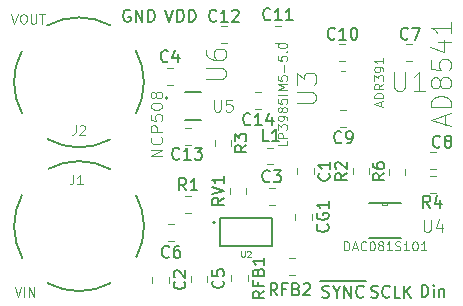
<source format=gto>
G04 #@! TF.GenerationSoftware,KiCad,Pcbnew,5.0.2-bee76a0~70~ubuntu18.04.1*
G04 #@! TF.CreationDate,2019-03-03T20:31:20-05:00*
G04 #@! TF.ProjectId,agc,6167632e-6b69-4636-9164-5f7063625858,rev?*
G04 #@! TF.SameCoordinates,Original*
G04 #@! TF.FileFunction,Legend,Top*
G04 #@! TF.FilePolarity,Positive*
%FSLAX46Y46*%
G04 Gerber Fmt 4.6, Leading zero omitted, Abs format (unit mm)*
G04 Created by KiCad (PCBNEW 5.0.2-bee76a0~70~ubuntu18.04.1) date Sun 03 Mar 2019 08:31:20 PM EST*
%MOMM*%
%LPD*%
G01*
G04 APERTURE LIST*
%ADD10C,0.120000*%
%ADD11C,0.127000*%
%ADD12C,0.150000*%
%ADD13C,0.200000*%
%ADD14C,0.100000*%
%ADD15C,0.152400*%
%ADD16C,0.050000*%
%ADD17C,0.125000*%
G04 APERTURE END LIST*
D10*
G04 #@! TO.C,C1*
X97181600Y-138854922D02*
X97181600Y-139372078D01*
X98601600Y-138854922D02*
X98601600Y-139372078D01*
G04 #@! TO.C,C2*
X86358800Y-148026622D02*
X86358800Y-148543778D01*
X84938800Y-148026622D02*
X84938800Y-148543778D01*
G04 #@! TO.C,C3*
X94790522Y-141934000D02*
X95307678Y-141934000D01*
X94790522Y-140514000D02*
X95307678Y-140514000D01*
G04 #@! TO.C,C4*
X86179922Y-130354000D02*
X86697078Y-130354000D01*
X86179922Y-131774000D02*
X86697078Y-131774000D01*
G04 #@! TO.C,C5*
X88190000Y-147950422D02*
X88190000Y-148467578D01*
X89610000Y-147950422D02*
X89610000Y-148467578D01*
G04 #@! TO.C,C6*
X86796378Y-145032800D02*
X86279222Y-145032800D01*
X86796378Y-143612800D02*
X86279222Y-143612800D01*
G04 #@! TO.C,C7*
X106938578Y-129742000D02*
X106421422Y-129742000D01*
X106938578Y-128322000D02*
X106421422Y-128322000D01*
G04 #@! TO.C,C8*
X108970578Y-137466000D02*
X108453422Y-137466000D01*
X108970578Y-138886000D02*
X108453422Y-138886000D01*
G04 #@! TO.C,C9*
X101383078Y-133910000D02*
X100865922Y-133910000D01*
X101383078Y-135330000D02*
X100865922Y-135330000D01*
G04 #@! TO.C,C10*
X101304578Y-129742000D02*
X100787422Y-129742000D01*
X101304578Y-128322000D02*
X100787422Y-128322000D01*
G04 #@! TO.C,C11*
X95323922Y-128218000D02*
X95841078Y-128218000D01*
X95323922Y-126798000D02*
X95841078Y-126798000D01*
G04 #@! TO.C,C12*
X91269078Y-126798000D02*
X90751922Y-126798000D01*
X91269078Y-128218000D02*
X90751922Y-128218000D01*
G04 #@! TO.C,C13*
X87703922Y-135434000D02*
X88221078Y-135434000D01*
X87703922Y-136854000D02*
X88221078Y-136854000D01*
G04 #@! TO.C,C14*
X94160078Y-133806000D02*
X93642922Y-133806000D01*
X94160078Y-132386000D02*
X93642922Y-132386000D01*
G04 #@! TO.C,CG1*
X97054600Y-142690322D02*
X97054600Y-143207478D01*
X98474600Y-142690322D02*
X98474600Y-143207478D01*
D11*
G04 #@! TO.C,J1*
X76125498Y-138911681D02*
G75*
G02X81386000Y-138937000I2607128J-4816911D01*
G01*
X73935942Y-146456600D02*
G75*
G02X73913000Y-141118000I4915015J2690471D01*
G01*
X81432600Y-148568058D02*
G75*
G02X76094000Y-148591000I-2690471J4915015D01*
G01*
X83569378Y-141145856D02*
G75*
G02X83591400Y-146380200I-4819268J-2637494D01*
G01*
G04 #@! TO.C,J2*
X73910622Y-134190144D02*
G75*
G02X73888600Y-128955800I4819268J2637494D01*
G01*
X76047400Y-126767942D02*
G75*
G02X81386000Y-126745000I2690471J-4915015D01*
G01*
X83544058Y-128879400D02*
G75*
G02X83567000Y-134218000I-4915015J-2690471D01*
G01*
X81354502Y-136424319D02*
G75*
G02X76094000Y-136399000I-2607128J4816911D01*
G01*
D10*
G04 #@! TO.C,L1*
X95180678Y-138530400D02*
X94663522Y-138530400D01*
X95180678Y-137110400D02*
X94663522Y-137110400D01*
G04 #@! TO.C,R1*
X87727022Y-142619800D02*
X88244178Y-142619800D01*
X87727022Y-141199800D02*
X88244178Y-141199800D01*
G04 #@! TO.C,R2*
X101906000Y-139372078D02*
X101906000Y-138854922D01*
X103326000Y-139372078D02*
X103326000Y-138854922D01*
G04 #@! TO.C,R3*
X90222000Y-136471922D02*
X90222000Y-136989078D01*
X91642000Y-136471922D02*
X91642000Y-136989078D01*
G04 #@! TO.C,R4*
X108453422Y-139498000D02*
X108970578Y-139498000D01*
X108453422Y-140918000D02*
X108970578Y-140918000D01*
G04 #@! TO.C,R6*
X106374000Y-138933422D02*
X106374000Y-139450578D01*
X104954000Y-138933422D02*
X104954000Y-139450578D01*
G04 #@! TO.C,RFB1*
X93039000Y-147899622D02*
X93039000Y-148416778D01*
X91619000Y-147899622D02*
X91619000Y-148416778D01*
G04 #@! TO.C,RFB2*
X96490022Y-147903000D02*
X97007178Y-147903000D01*
X96490022Y-146483000D02*
X97007178Y-146483000D01*
G04 #@! TO.C,RV1*
X92912000Y-141025378D02*
X92912000Y-140508222D01*
X91492000Y-141025378D02*
X91492000Y-140508222D01*
D12*
G04 #@! TO.C,U2*
X90662400Y-143046600D02*
X95062400Y-143046600D01*
X95062400Y-143046600D02*
X95062400Y-145446600D01*
X95062400Y-145446600D02*
X90662400Y-145446600D01*
X90662400Y-145446600D02*
X90662400Y-143046600D01*
D13*
X90262400Y-143446600D02*
G75*
G03X90262400Y-143446600I-100000J0D01*
G01*
D14*
G04 #@! TO.C,U3*
X101302304Y-130632198D02*
G75*
G02X100946700Y-130632200I-177804J249268D01*
G01*
D15*
G04 #@! TO.C,U4*
X103276400Y-144754600D02*
X106019600Y-144754600D01*
X106019600Y-141757400D02*
X104952800Y-141757400D01*
X104952800Y-141757400D02*
X104343200Y-141757400D01*
X104343200Y-141757400D02*
X103276400Y-141757400D01*
D14*
X104952800Y-141757400D02*
G75*
G02X104343200Y-141757400I-304800J0D01*
G01*
D13*
G04 #@! TO.C,U5*
X86242000Y-132904000D02*
G75*
G03X86242000Y-132904000I-100000J0D01*
G01*
D11*
X87692000Y-132440000D02*
X89092000Y-132440000D01*
X89092000Y-134768000D02*
X87692000Y-134768000D01*
G04 #@! TO.C,C1*
D12*
X99898742Y-139280166D02*
X99946361Y-139327785D01*
X99993980Y-139470642D01*
X99993980Y-139565880D01*
X99946361Y-139708738D01*
X99851123Y-139803976D01*
X99755885Y-139851595D01*
X99565409Y-139899214D01*
X99422552Y-139899214D01*
X99232076Y-139851595D01*
X99136838Y-139803976D01*
X99041600Y-139708738D01*
X98993980Y-139565880D01*
X98993980Y-139470642D01*
X99041600Y-139327785D01*
X99089219Y-139280166D01*
X99993980Y-138327785D02*
X99993980Y-138899214D01*
X99993980Y-138613500D02*
X98993980Y-138613500D01*
X99136838Y-138708738D01*
X99232076Y-138803976D01*
X99279695Y-138899214D01*
G04 #@! TO.C,C2*
X87655942Y-148451866D02*
X87703561Y-148499485D01*
X87751180Y-148642342D01*
X87751180Y-148737580D01*
X87703561Y-148880438D01*
X87608323Y-148975676D01*
X87513085Y-149023295D01*
X87322609Y-149070914D01*
X87179752Y-149070914D01*
X86989276Y-149023295D01*
X86894038Y-148975676D01*
X86798800Y-148880438D01*
X86751180Y-148737580D01*
X86751180Y-148642342D01*
X86798800Y-148499485D01*
X86846419Y-148451866D01*
X86846419Y-148070914D02*
X86798800Y-148023295D01*
X86751180Y-147928057D01*
X86751180Y-147689961D01*
X86798800Y-147594723D01*
X86846419Y-147547104D01*
X86941657Y-147499485D01*
X87036895Y-147499485D01*
X87179752Y-147547104D01*
X87751180Y-148118533D01*
X87751180Y-147499485D01*
G04 #@! TO.C,C3*
X94882433Y-139931142D02*
X94834814Y-139978761D01*
X94691957Y-140026380D01*
X94596719Y-140026380D01*
X94453861Y-139978761D01*
X94358623Y-139883523D01*
X94311004Y-139788285D01*
X94263385Y-139597809D01*
X94263385Y-139454952D01*
X94311004Y-139264476D01*
X94358623Y-139169238D01*
X94453861Y-139074000D01*
X94596719Y-139026380D01*
X94691957Y-139026380D01*
X94834814Y-139074000D01*
X94882433Y-139121619D01*
X95215766Y-139026380D02*
X95834814Y-139026380D01*
X95501480Y-139407333D01*
X95644338Y-139407333D01*
X95739576Y-139454952D01*
X95787195Y-139502571D01*
X95834814Y-139597809D01*
X95834814Y-139835904D01*
X95787195Y-139931142D01*
X95739576Y-139978761D01*
X95644338Y-140026380D01*
X95358623Y-140026380D01*
X95263385Y-139978761D01*
X95215766Y-139931142D01*
G04 #@! TO.C,C4*
X86271833Y-129771142D02*
X86224214Y-129818761D01*
X86081357Y-129866380D01*
X85986119Y-129866380D01*
X85843261Y-129818761D01*
X85748023Y-129723523D01*
X85700404Y-129628285D01*
X85652785Y-129437809D01*
X85652785Y-129294952D01*
X85700404Y-129104476D01*
X85748023Y-129009238D01*
X85843261Y-128914000D01*
X85986119Y-128866380D01*
X86081357Y-128866380D01*
X86224214Y-128914000D01*
X86271833Y-128961619D01*
X87128976Y-129199714D02*
X87128976Y-129866380D01*
X86890880Y-128818761D02*
X86652785Y-129533047D01*
X87271833Y-129533047D01*
G04 #@! TO.C,C5*
X90907142Y-148375666D02*
X90954761Y-148423285D01*
X91002380Y-148566142D01*
X91002380Y-148661380D01*
X90954761Y-148804238D01*
X90859523Y-148899476D01*
X90764285Y-148947095D01*
X90573809Y-148994714D01*
X90430952Y-148994714D01*
X90240476Y-148947095D01*
X90145238Y-148899476D01*
X90050000Y-148804238D01*
X90002380Y-148661380D01*
X90002380Y-148566142D01*
X90050000Y-148423285D01*
X90097619Y-148375666D01*
X90002380Y-147470904D02*
X90002380Y-147947095D01*
X90478571Y-147994714D01*
X90430952Y-147947095D01*
X90383333Y-147851857D01*
X90383333Y-147613761D01*
X90430952Y-147518523D01*
X90478571Y-147470904D01*
X90573809Y-147423285D01*
X90811904Y-147423285D01*
X90907142Y-147470904D01*
X90954761Y-147518523D01*
X91002380Y-147613761D01*
X91002380Y-147851857D01*
X90954761Y-147947095D01*
X90907142Y-147994714D01*
G04 #@! TO.C,C6*
X86371133Y-146329942D02*
X86323514Y-146377561D01*
X86180657Y-146425180D01*
X86085419Y-146425180D01*
X85942561Y-146377561D01*
X85847323Y-146282323D01*
X85799704Y-146187085D01*
X85752085Y-145996609D01*
X85752085Y-145853752D01*
X85799704Y-145663276D01*
X85847323Y-145568038D01*
X85942561Y-145472800D01*
X86085419Y-145425180D01*
X86180657Y-145425180D01*
X86323514Y-145472800D01*
X86371133Y-145520419D01*
X87228276Y-145425180D02*
X87037800Y-145425180D01*
X86942561Y-145472800D01*
X86894942Y-145520419D01*
X86799704Y-145663276D01*
X86752085Y-145853752D01*
X86752085Y-146234704D01*
X86799704Y-146329942D01*
X86847323Y-146377561D01*
X86942561Y-146425180D01*
X87133038Y-146425180D01*
X87228276Y-146377561D01*
X87275895Y-146329942D01*
X87323514Y-146234704D01*
X87323514Y-145996609D01*
X87275895Y-145901371D01*
X87228276Y-145853752D01*
X87133038Y-145806133D01*
X86942561Y-145806133D01*
X86847323Y-145853752D01*
X86799704Y-145901371D01*
X86752085Y-145996609D01*
G04 #@! TO.C,C7*
X106591833Y-127865142D02*
X106544214Y-127912761D01*
X106401357Y-127960380D01*
X106306119Y-127960380D01*
X106163261Y-127912761D01*
X106068023Y-127817523D01*
X106020404Y-127722285D01*
X105972785Y-127531809D01*
X105972785Y-127388952D01*
X106020404Y-127198476D01*
X106068023Y-127103238D01*
X106163261Y-127008000D01*
X106306119Y-126960380D01*
X106401357Y-126960380D01*
X106544214Y-127008000D01*
X106591833Y-127055619D01*
X106925166Y-126960380D02*
X107591833Y-126960380D01*
X107163261Y-127960380D01*
G04 #@! TO.C,C8*
X109307333Y-137009142D02*
X109259714Y-137056761D01*
X109116857Y-137104380D01*
X109021619Y-137104380D01*
X108878761Y-137056761D01*
X108783523Y-136961523D01*
X108735904Y-136866285D01*
X108688285Y-136675809D01*
X108688285Y-136532952D01*
X108735904Y-136342476D01*
X108783523Y-136247238D01*
X108878761Y-136152000D01*
X109021619Y-136104380D01*
X109116857Y-136104380D01*
X109259714Y-136152000D01*
X109307333Y-136199619D01*
X109878761Y-136532952D02*
X109783523Y-136485333D01*
X109735904Y-136437714D01*
X109688285Y-136342476D01*
X109688285Y-136294857D01*
X109735904Y-136199619D01*
X109783523Y-136152000D01*
X109878761Y-136104380D01*
X110069238Y-136104380D01*
X110164476Y-136152000D01*
X110212095Y-136199619D01*
X110259714Y-136294857D01*
X110259714Y-136342476D01*
X110212095Y-136437714D01*
X110164476Y-136485333D01*
X110069238Y-136532952D01*
X109878761Y-136532952D01*
X109783523Y-136580571D01*
X109735904Y-136628190D01*
X109688285Y-136723428D01*
X109688285Y-136913904D01*
X109735904Y-137009142D01*
X109783523Y-137056761D01*
X109878761Y-137104380D01*
X110069238Y-137104380D01*
X110164476Y-137056761D01*
X110212095Y-137009142D01*
X110259714Y-136913904D01*
X110259714Y-136723428D01*
X110212095Y-136628190D01*
X110164476Y-136580571D01*
X110069238Y-136532952D01*
G04 #@! TO.C,C9*
X100957833Y-136627142D02*
X100910214Y-136674761D01*
X100767357Y-136722380D01*
X100672119Y-136722380D01*
X100529261Y-136674761D01*
X100434023Y-136579523D01*
X100386404Y-136484285D01*
X100338785Y-136293809D01*
X100338785Y-136150952D01*
X100386404Y-135960476D01*
X100434023Y-135865238D01*
X100529261Y-135770000D01*
X100672119Y-135722380D01*
X100767357Y-135722380D01*
X100910214Y-135770000D01*
X100957833Y-135817619D01*
X101434023Y-136722380D02*
X101624500Y-136722380D01*
X101719738Y-136674761D01*
X101767357Y-136627142D01*
X101862595Y-136484285D01*
X101910214Y-136293809D01*
X101910214Y-135912857D01*
X101862595Y-135817619D01*
X101814976Y-135770000D01*
X101719738Y-135722380D01*
X101529261Y-135722380D01*
X101434023Y-135770000D01*
X101386404Y-135817619D01*
X101338785Y-135912857D01*
X101338785Y-136150952D01*
X101386404Y-136246190D01*
X101434023Y-136293809D01*
X101529261Y-136341428D01*
X101719738Y-136341428D01*
X101814976Y-136293809D01*
X101862595Y-136246190D01*
X101910214Y-136150952D01*
G04 #@! TO.C,C10*
X100403142Y-127865142D02*
X100355523Y-127912761D01*
X100212666Y-127960380D01*
X100117428Y-127960380D01*
X99974571Y-127912761D01*
X99879333Y-127817523D01*
X99831714Y-127722285D01*
X99784095Y-127531809D01*
X99784095Y-127388952D01*
X99831714Y-127198476D01*
X99879333Y-127103238D01*
X99974571Y-127008000D01*
X100117428Y-126960380D01*
X100212666Y-126960380D01*
X100355523Y-127008000D01*
X100403142Y-127055619D01*
X101355523Y-127960380D02*
X100784095Y-127960380D01*
X101069809Y-127960380D02*
X101069809Y-126960380D01*
X100974571Y-127103238D01*
X100879333Y-127198476D01*
X100784095Y-127246095D01*
X101974571Y-126960380D02*
X102069809Y-126960380D01*
X102165047Y-127008000D01*
X102212666Y-127055619D01*
X102260285Y-127150857D01*
X102307904Y-127341333D01*
X102307904Y-127579428D01*
X102260285Y-127769904D01*
X102212666Y-127865142D01*
X102165047Y-127912761D01*
X102069809Y-127960380D01*
X101974571Y-127960380D01*
X101879333Y-127912761D01*
X101831714Y-127865142D01*
X101784095Y-127769904D01*
X101736476Y-127579428D01*
X101736476Y-127341333D01*
X101784095Y-127150857D01*
X101831714Y-127055619D01*
X101879333Y-127008000D01*
X101974571Y-126960380D01*
G04 #@! TO.C,C11*
X94939642Y-126215142D02*
X94892023Y-126262761D01*
X94749166Y-126310380D01*
X94653928Y-126310380D01*
X94511071Y-126262761D01*
X94415833Y-126167523D01*
X94368214Y-126072285D01*
X94320595Y-125881809D01*
X94320595Y-125738952D01*
X94368214Y-125548476D01*
X94415833Y-125453238D01*
X94511071Y-125358000D01*
X94653928Y-125310380D01*
X94749166Y-125310380D01*
X94892023Y-125358000D01*
X94939642Y-125405619D01*
X95892023Y-126310380D02*
X95320595Y-126310380D01*
X95606309Y-126310380D02*
X95606309Y-125310380D01*
X95511071Y-125453238D01*
X95415833Y-125548476D01*
X95320595Y-125596095D01*
X96844404Y-126310380D02*
X96272976Y-126310380D01*
X96558690Y-126310380D02*
X96558690Y-125310380D01*
X96463452Y-125453238D01*
X96368214Y-125548476D01*
X96272976Y-125596095D01*
G04 #@! TO.C,C12*
X90367642Y-126341142D02*
X90320023Y-126388761D01*
X90177166Y-126436380D01*
X90081928Y-126436380D01*
X89939071Y-126388761D01*
X89843833Y-126293523D01*
X89796214Y-126198285D01*
X89748595Y-126007809D01*
X89748595Y-125864952D01*
X89796214Y-125674476D01*
X89843833Y-125579238D01*
X89939071Y-125484000D01*
X90081928Y-125436380D01*
X90177166Y-125436380D01*
X90320023Y-125484000D01*
X90367642Y-125531619D01*
X91320023Y-126436380D02*
X90748595Y-126436380D01*
X91034309Y-126436380D02*
X91034309Y-125436380D01*
X90939071Y-125579238D01*
X90843833Y-125674476D01*
X90748595Y-125722095D01*
X91700976Y-125531619D02*
X91748595Y-125484000D01*
X91843833Y-125436380D01*
X92081928Y-125436380D01*
X92177166Y-125484000D01*
X92224785Y-125531619D01*
X92272404Y-125626857D01*
X92272404Y-125722095D01*
X92224785Y-125864952D01*
X91653357Y-126436380D01*
X92272404Y-126436380D01*
G04 #@! TO.C,C13*
X87241142Y-138025142D02*
X87193523Y-138072761D01*
X87050666Y-138120380D01*
X86955428Y-138120380D01*
X86812571Y-138072761D01*
X86717333Y-137977523D01*
X86669714Y-137882285D01*
X86622095Y-137691809D01*
X86622095Y-137548952D01*
X86669714Y-137358476D01*
X86717333Y-137263238D01*
X86812571Y-137168000D01*
X86955428Y-137120380D01*
X87050666Y-137120380D01*
X87193523Y-137168000D01*
X87241142Y-137215619D01*
X88193523Y-138120380D02*
X87622095Y-138120380D01*
X87907809Y-138120380D02*
X87907809Y-137120380D01*
X87812571Y-137263238D01*
X87717333Y-137358476D01*
X87622095Y-137406095D01*
X88526857Y-137120380D02*
X89145904Y-137120380D01*
X88812571Y-137501333D01*
X88955428Y-137501333D01*
X89050666Y-137548952D01*
X89098285Y-137596571D01*
X89145904Y-137691809D01*
X89145904Y-137929904D01*
X89098285Y-138025142D01*
X89050666Y-138072761D01*
X88955428Y-138120380D01*
X88669714Y-138120380D01*
X88574476Y-138072761D01*
X88526857Y-138025142D01*
G04 #@! TO.C,C14*
X93258642Y-135103142D02*
X93211023Y-135150761D01*
X93068166Y-135198380D01*
X92972928Y-135198380D01*
X92830071Y-135150761D01*
X92734833Y-135055523D01*
X92687214Y-134960285D01*
X92639595Y-134769809D01*
X92639595Y-134626952D01*
X92687214Y-134436476D01*
X92734833Y-134341238D01*
X92830071Y-134246000D01*
X92972928Y-134198380D01*
X93068166Y-134198380D01*
X93211023Y-134246000D01*
X93258642Y-134293619D01*
X94211023Y-135198380D02*
X93639595Y-135198380D01*
X93925309Y-135198380D02*
X93925309Y-134198380D01*
X93830071Y-134341238D01*
X93734833Y-134436476D01*
X93639595Y-134484095D01*
X95068166Y-134531714D02*
X95068166Y-135198380D01*
X94830071Y-134150761D02*
X94591976Y-134865047D01*
X95211023Y-134865047D01*
G04 #@! TO.C,CG1*
X99771742Y-143615566D02*
X99819361Y-143663185D01*
X99866980Y-143806042D01*
X99866980Y-143901280D01*
X99819361Y-144044138D01*
X99724123Y-144139376D01*
X99628885Y-144186995D01*
X99438409Y-144234614D01*
X99295552Y-144234614D01*
X99105076Y-144186995D01*
X99009838Y-144139376D01*
X98914600Y-144044138D01*
X98866980Y-143901280D01*
X98866980Y-143806042D01*
X98914600Y-143663185D01*
X98962219Y-143615566D01*
X98914600Y-142663185D02*
X98866980Y-142758423D01*
X98866980Y-142901280D01*
X98914600Y-143044138D01*
X99009838Y-143139376D01*
X99105076Y-143186995D01*
X99295552Y-143234614D01*
X99438409Y-143234614D01*
X99628885Y-143186995D01*
X99724123Y-143139376D01*
X99819361Y-143044138D01*
X99866980Y-142901280D01*
X99866980Y-142806042D01*
X99819361Y-142663185D01*
X99771742Y-142615566D01*
X99438409Y-142615566D01*
X99438409Y-142806042D01*
X99866980Y-141663185D02*
X99866980Y-142234614D01*
X99866980Y-141948900D02*
X98866980Y-141948900D01*
X99009838Y-142044138D01*
X99105076Y-142139376D01*
X99152695Y-142234614D01*
G04 #@! TO.C,J1*
D16*
X78269818Y-139413787D02*
X78269818Y-139985890D01*
X78231678Y-140100311D01*
X78155397Y-140176592D01*
X78040976Y-140214732D01*
X77964696Y-140214732D01*
X79070763Y-140214732D02*
X78613080Y-140214732D01*
X78841921Y-140214732D02*
X78841921Y-139413787D01*
X78765641Y-139528207D01*
X78689360Y-139604488D01*
X78613080Y-139642628D01*
X73291637Y-148913818D02*
X73558356Y-149713975D01*
X73825075Y-148913818D01*
X74091794Y-149713975D02*
X74091794Y-148913818D01*
X74472821Y-149713975D02*
X74472821Y-148913818D01*
X74930054Y-149713975D01*
X74930054Y-148913818D01*
G04 #@! TO.C,J2*
X78473018Y-135197387D02*
X78473018Y-135769490D01*
X78434878Y-135883911D01*
X78358597Y-135960192D01*
X78244176Y-135998332D01*
X78167896Y-135998332D01*
X78816280Y-135273667D02*
X78854420Y-135235527D01*
X78930701Y-135197387D01*
X79121402Y-135197387D01*
X79197682Y-135235527D01*
X79235823Y-135273667D01*
X79273963Y-135349948D01*
X79273963Y-135426228D01*
X79235823Y-135540649D01*
X78778140Y-135998332D01*
X79273963Y-135998332D01*
X73012199Y-125799818D02*
X73278918Y-126599975D01*
X73545637Y-125799818D01*
X73964767Y-125799818D02*
X74117178Y-125799818D01*
X74193383Y-125837921D01*
X74269589Y-125914126D01*
X74307691Y-126066537D01*
X74307691Y-126333256D01*
X74269589Y-126485667D01*
X74193383Y-126561873D01*
X74117178Y-126599975D01*
X73964767Y-126599975D01*
X73888562Y-126561873D01*
X73812356Y-126485667D01*
X73774253Y-126333256D01*
X73774253Y-126066537D01*
X73812356Y-125914126D01*
X73888562Y-125837921D01*
X73964767Y-125799818D01*
X74650616Y-125799818D02*
X74650616Y-126447564D01*
X74688719Y-126523770D01*
X74726821Y-126561873D01*
X74803027Y-126599975D01*
X74955438Y-126599975D01*
X75031643Y-126561873D01*
X75069746Y-126523770D01*
X75107848Y-126447564D01*
X75107848Y-125799818D01*
X75374567Y-125799818D02*
X75831800Y-125799818D01*
X75603184Y-126599975D02*
X75603184Y-125799818D01*
G04 #@! TO.C,GND*
D12*
X83058095Y-125484000D02*
X82962857Y-125436380D01*
X82820000Y-125436380D01*
X82677142Y-125484000D01*
X82581904Y-125579238D01*
X82534285Y-125674476D01*
X82486666Y-125864952D01*
X82486666Y-126007809D01*
X82534285Y-126198285D01*
X82581904Y-126293523D01*
X82677142Y-126388761D01*
X82820000Y-126436380D01*
X82915238Y-126436380D01*
X83058095Y-126388761D01*
X83105714Y-126341142D01*
X83105714Y-126007809D01*
X82915238Y-126007809D01*
X83534285Y-126436380D02*
X83534285Y-125436380D01*
X84105714Y-126436380D01*
X84105714Y-125436380D01*
X84581904Y-126436380D02*
X84581904Y-125436380D01*
X84820000Y-125436380D01*
X84962857Y-125484000D01*
X85058095Y-125579238D01*
X85105714Y-125674476D01*
X85153333Y-125864952D01*
X85153333Y-126007809D01*
X85105714Y-126198285D01*
X85058095Y-126293523D01*
X84962857Y-126388761D01*
X84820000Y-126436380D01*
X84581904Y-126436380D01*
G04 #@! TO.C,VDD*
X86042666Y-125436380D02*
X86376000Y-126436380D01*
X86709333Y-125436380D01*
X87042666Y-126436380D02*
X87042666Y-125436380D01*
X87280761Y-125436380D01*
X87423619Y-125484000D01*
X87518857Y-125579238D01*
X87566476Y-125674476D01*
X87614095Y-125864952D01*
X87614095Y-126007809D01*
X87566476Y-126198285D01*
X87518857Y-126293523D01*
X87423619Y-126388761D01*
X87280761Y-126436380D01*
X87042666Y-126436380D01*
X88042666Y-126436380D02*
X88042666Y-125436380D01*
X88280761Y-125436380D01*
X88423619Y-125484000D01*
X88518857Y-125579238D01*
X88566476Y-125674476D01*
X88614095Y-125864952D01*
X88614095Y-126007809D01*
X88566476Y-126198285D01*
X88518857Y-126293523D01*
X88423619Y-126388761D01*
X88280761Y-126436380D01*
X88042666Y-126436380D01*
G04 #@! TO.C,~SYNC*
X99163428Y-148437000D02*
X100115809Y-148437000D01*
X99353904Y-149756761D02*
X99496761Y-149804380D01*
X99734857Y-149804380D01*
X99830095Y-149756761D01*
X99877714Y-149709142D01*
X99925333Y-149613904D01*
X99925333Y-149518666D01*
X99877714Y-149423428D01*
X99830095Y-149375809D01*
X99734857Y-149328190D01*
X99544380Y-149280571D01*
X99449142Y-149232952D01*
X99401523Y-149185333D01*
X99353904Y-149090095D01*
X99353904Y-148994857D01*
X99401523Y-148899619D01*
X99449142Y-148852000D01*
X99544380Y-148804380D01*
X99782476Y-148804380D01*
X99925333Y-148852000D01*
X100115809Y-148437000D02*
X100972952Y-148437000D01*
X100544380Y-149328190D02*
X100544380Y-149804380D01*
X100211047Y-148804380D02*
X100544380Y-149328190D01*
X100877714Y-148804380D01*
X100972952Y-148437000D02*
X102020571Y-148437000D01*
X101211047Y-149804380D02*
X101211047Y-148804380D01*
X101782476Y-149804380D01*
X101782476Y-148804380D01*
X102020571Y-148437000D02*
X103020571Y-148437000D01*
X102830095Y-149709142D02*
X102782476Y-149756761D01*
X102639619Y-149804380D01*
X102544380Y-149804380D01*
X102401523Y-149756761D01*
X102306285Y-149661523D01*
X102258666Y-149566285D01*
X102211047Y-149375809D01*
X102211047Y-149232952D01*
X102258666Y-149042476D01*
X102306285Y-148947238D01*
X102401523Y-148852000D01*
X102544380Y-148804380D01*
X102639619Y-148804380D01*
X102782476Y-148852000D01*
X102830095Y-148899619D01*
G04 #@! TO.C,SCLK*
X103465523Y-149756761D02*
X103608380Y-149804380D01*
X103846476Y-149804380D01*
X103941714Y-149756761D01*
X103989333Y-149709142D01*
X104036952Y-149613904D01*
X104036952Y-149518666D01*
X103989333Y-149423428D01*
X103941714Y-149375809D01*
X103846476Y-149328190D01*
X103656000Y-149280571D01*
X103560761Y-149232952D01*
X103513142Y-149185333D01*
X103465523Y-149090095D01*
X103465523Y-148994857D01*
X103513142Y-148899619D01*
X103560761Y-148852000D01*
X103656000Y-148804380D01*
X103894095Y-148804380D01*
X104036952Y-148852000D01*
X105036952Y-149709142D02*
X104989333Y-149756761D01*
X104846476Y-149804380D01*
X104751238Y-149804380D01*
X104608380Y-149756761D01*
X104513142Y-149661523D01*
X104465523Y-149566285D01*
X104417904Y-149375809D01*
X104417904Y-149232952D01*
X104465523Y-149042476D01*
X104513142Y-148947238D01*
X104608380Y-148852000D01*
X104751238Y-148804380D01*
X104846476Y-148804380D01*
X104989333Y-148852000D01*
X105036952Y-148899619D01*
X105941714Y-149804380D02*
X105465523Y-149804380D01*
X105465523Y-148804380D01*
X106275047Y-149804380D02*
X106275047Y-148804380D01*
X106846476Y-149804380D02*
X106417904Y-149232952D01*
X106846476Y-148804380D02*
X106275047Y-149375809D01*
G04 #@! TO.C,Din*
X107759619Y-149728180D02*
X107759619Y-148728180D01*
X107997714Y-148728180D01*
X108140571Y-148775800D01*
X108235809Y-148871038D01*
X108283428Y-148966276D01*
X108331047Y-149156752D01*
X108331047Y-149299609D01*
X108283428Y-149490085D01*
X108235809Y-149585323D01*
X108140571Y-149680561D01*
X107997714Y-149728180D01*
X107759619Y-149728180D01*
X108759619Y-149728180D02*
X108759619Y-149061514D01*
X108759619Y-148728180D02*
X108712000Y-148775800D01*
X108759619Y-148823419D01*
X108807238Y-148775800D01*
X108759619Y-148728180D01*
X108759619Y-148823419D01*
X109235809Y-149061514D02*
X109235809Y-149728180D01*
X109235809Y-149156752D02*
X109283428Y-149109133D01*
X109378666Y-149061514D01*
X109521523Y-149061514D01*
X109616761Y-149109133D01*
X109664380Y-149204371D01*
X109664380Y-149728180D01*
G04 #@! TO.C,L1*
X94808533Y-136545580D02*
X94332342Y-136545580D01*
X94332342Y-135545580D01*
X95665676Y-136545580D02*
X95094247Y-136545580D01*
X95379961Y-136545580D02*
X95379961Y-135545580D01*
X95284723Y-135688438D01*
X95189485Y-135783676D01*
X95094247Y-135831295D01*
G04 #@! TO.C,R1*
X87818933Y-140712180D02*
X87485600Y-140235990D01*
X87247504Y-140712180D02*
X87247504Y-139712180D01*
X87628457Y-139712180D01*
X87723695Y-139759800D01*
X87771314Y-139807419D01*
X87818933Y-139902657D01*
X87818933Y-140045514D01*
X87771314Y-140140752D01*
X87723695Y-140188371D01*
X87628457Y-140235990D01*
X87247504Y-140235990D01*
X88771314Y-140712180D02*
X88199885Y-140712180D01*
X88485600Y-140712180D02*
X88485600Y-139712180D01*
X88390361Y-139855038D01*
X88295123Y-139950276D01*
X88199885Y-139997895D01*
G04 #@! TO.C,R2*
X101418380Y-139280166D02*
X100942190Y-139613500D01*
X101418380Y-139851595D02*
X100418380Y-139851595D01*
X100418380Y-139470642D01*
X100466000Y-139375404D01*
X100513619Y-139327785D01*
X100608857Y-139280166D01*
X100751714Y-139280166D01*
X100846952Y-139327785D01*
X100894571Y-139375404D01*
X100942190Y-139470642D01*
X100942190Y-139851595D01*
X100513619Y-138899214D02*
X100466000Y-138851595D01*
X100418380Y-138756357D01*
X100418380Y-138518261D01*
X100466000Y-138423023D01*
X100513619Y-138375404D01*
X100608857Y-138327785D01*
X100704095Y-138327785D01*
X100846952Y-138375404D01*
X101418380Y-138946833D01*
X101418380Y-138327785D01*
G04 #@! TO.C,R3*
X92908380Y-136897166D02*
X92432190Y-137230500D01*
X92908380Y-137468595D02*
X91908380Y-137468595D01*
X91908380Y-137087642D01*
X91956000Y-136992404D01*
X92003619Y-136944785D01*
X92098857Y-136897166D01*
X92241714Y-136897166D01*
X92336952Y-136944785D01*
X92384571Y-136992404D01*
X92432190Y-137087642D01*
X92432190Y-137468595D01*
X91908380Y-136563833D02*
X91908380Y-135944785D01*
X92289333Y-136278119D01*
X92289333Y-136135261D01*
X92336952Y-136040023D01*
X92384571Y-135992404D01*
X92479809Y-135944785D01*
X92717904Y-135944785D01*
X92813142Y-135992404D01*
X92860761Y-136040023D01*
X92908380Y-136135261D01*
X92908380Y-136420976D01*
X92860761Y-136516214D01*
X92813142Y-136563833D01*
G04 #@! TO.C,R4*
X108466833Y-142184380D02*
X108133500Y-141708190D01*
X107895404Y-142184380D02*
X107895404Y-141184380D01*
X108276357Y-141184380D01*
X108371595Y-141232000D01*
X108419214Y-141279619D01*
X108466833Y-141374857D01*
X108466833Y-141517714D01*
X108419214Y-141612952D01*
X108371595Y-141660571D01*
X108276357Y-141708190D01*
X107895404Y-141708190D01*
X109323976Y-141517714D02*
X109323976Y-142184380D01*
X109085880Y-141136761D02*
X108847785Y-141851047D01*
X109466833Y-141851047D01*
G04 #@! TO.C,R6*
X104592380Y-139280166D02*
X104116190Y-139613500D01*
X104592380Y-139851595D02*
X103592380Y-139851595D01*
X103592380Y-139470642D01*
X103640000Y-139375404D01*
X103687619Y-139327785D01*
X103782857Y-139280166D01*
X103925714Y-139280166D01*
X104020952Y-139327785D01*
X104068571Y-139375404D01*
X104116190Y-139470642D01*
X104116190Y-139851595D01*
X103592380Y-138423023D02*
X103592380Y-138613500D01*
X103640000Y-138708738D01*
X103687619Y-138756357D01*
X103830476Y-138851595D01*
X104020952Y-138899214D01*
X104401904Y-138899214D01*
X104497142Y-138851595D01*
X104544761Y-138803976D01*
X104592380Y-138708738D01*
X104592380Y-138518261D01*
X104544761Y-138423023D01*
X104497142Y-138375404D01*
X104401904Y-138327785D01*
X104163809Y-138327785D01*
X104068571Y-138375404D01*
X104020952Y-138423023D01*
X103973333Y-138518261D01*
X103973333Y-138708738D01*
X104020952Y-138803976D01*
X104068571Y-138851595D01*
X104163809Y-138899214D01*
G04 #@! TO.C,RFB1*
X94431380Y-149253438D02*
X93955190Y-149586771D01*
X94431380Y-149824866D02*
X93431380Y-149824866D01*
X93431380Y-149443914D01*
X93479000Y-149348676D01*
X93526619Y-149301057D01*
X93621857Y-149253438D01*
X93764714Y-149253438D01*
X93859952Y-149301057D01*
X93907571Y-149348676D01*
X93955190Y-149443914D01*
X93955190Y-149824866D01*
X93907571Y-148491533D02*
X93907571Y-148824866D01*
X94431380Y-148824866D02*
X93431380Y-148824866D01*
X93431380Y-148348676D01*
X93907571Y-147634390D02*
X93955190Y-147491533D01*
X94002809Y-147443914D01*
X94098047Y-147396295D01*
X94240904Y-147396295D01*
X94336142Y-147443914D01*
X94383761Y-147491533D01*
X94431380Y-147586771D01*
X94431380Y-147967723D01*
X93431380Y-147967723D01*
X93431380Y-147634390D01*
X93479000Y-147539152D01*
X93526619Y-147491533D01*
X93621857Y-147443914D01*
X93717095Y-147443914D01*
X93812333Y-147491533D01*
X93859952Y-147539152D01*
X93907571Y-147634390D01*
X93907571Y-147967723D01*
X94431380Y-146443914D02*
X94431380Y-147015342D01*
X94431380Y-146729628D02*
X93431380Y-146729628D01*
X93574238Y-146824866D01*
X93669476Y-146920104D01*
X93717095Y-147015342D01*
G04 #@! TO.C,RFB2*
X95528661Y-149601180D02*
X95195328Y-149124990D01*
X94957233Y-149601180D02*
X94957233Y-148601180D01*
X95338185Y-148601180D01*
X95433423Y-148648800D01*
X95481042Y-148696419D01*
X95528661Y-148791657D01*
X95528661Y-148934514D01*
X95481042Y-149029752D01*
X95433423Y-149077371D01*
X95338185Y-149124990D01*
X94957233Y-149124990D01*
X96290566Y-149077371D02*
X95957233Y-149077371D01*
X95957233Y-149601180D02*
X95957233Y-148601180D01*
X96433423Y-148601180D01*
X97147709Y-149077371D02*
X97290566Y-149124990D01*
X97338185Y-149172609D01*
X97385804Y-149267847D01*
X97385804Y-149410704D01*
X97338185Y-149505942D01*
X97290566Y-149553561D01*
X97195328Y-149601180D01*
X96814376Y-149601180D01*
X96814376Y-148601180D01*
X97147709Y-148601180D01*
X97242947Y-148648800D01*
X97290566Y-148696419D01*
X97338185Y-148791657D01*
X97338185Y-148886895D01*
X97290566Y-148982133D01*
X97242947Y-149029752D01*
X97147709Y-149077371D01*
X96814376Y-149077371D01*
X97766757Y-148696419D02*
X97814376Y-148648800D01*
X97909614Y-148601180D01*
X98147709Y-148601180D01*
X98242947Y-148648800D01*
X98290566Y-148696419D01*
X98338185Y-148791657D01*
X98338185Y-148886895D01*
X98290566Y-149029752D01*
X97719138Y-149601180D01*
X98338185Y-149601180D01*
G04 #@! TO.C,RV1*
X91004380Y-141362038D02*
X90528190Y-141695371D01*
X91004380Y-141933466D02*
X90004380Y-141933466D01*
X90004380Y-141552514D01*
X90052000Y-141457276D01*
X90099619Y-141409657D01*
X90194857Y-141362038D01*
X90337714Y-141362038D01*
X90432952Y-141409657D01*
X90480571Y-141457276D01*
X90528190Y-141552514D01*
X90528190Y-141933466D01*
X90004380Y-141076323D02*
X91004380Y-140742990D01*
X90004380Y-140409657D01*
X91004380Y-139552514D02*
X91004380Y-140123942D01*
X91004380Y-139838228D02*
X90004380Y-139838228D01*
X90147238Y-139933466D01*
X90242476Y-140028704D01*
X90290095Y-140123942D01*
G04 #@! TO.C,U1*
D16*
X105428853Y-130672738D02*
X105428853Y-132002081D01*
X105507050Y-132158475D01*
X105585246Y-132236671D01*
X105741640Y-132314868D01*
X106054426Y-132314868D01*
X106210820Y-132236671D01*
X106289016Y-132158475D01*
X106367213Y-132002081D01*
X106367213Y-130672738D01*
X108009343Y-132314868D02*
X107070983Y-132314868D01*
X107540163Y-132314868D02*
X107540163Y-130672738D01*
X107383770Y-130907328D01*
X107227376Y-131063721D01*
X107070983Y-131141918D01*
X109747775Y-135151289D02*
X109747775Y-134369075D01*
X110217103Y-135307732D02*
X108574453Y-134760182D01*
X110217103Y-134212632D01*
X110217103Y-133665082D02*
X108574453Y-133665082D01*
X108574453Y-133273975D01*
X108652675Y-133039310D01*
X108809117Y-132882867D01*
X108965560Y-132804646D01*
X109278446Y-132726425D01*
X109513110Y-132726425D01*
X109825996Y-132804646D01*
X109982439Y-132882867D01*
X110138882Y-133039310D01*
X110217103Y-133273975D01*
X110217103Y-133665082D01*
X109278446Y-131787767D02*
X109200225Y-131944210D01*
X109122003Y-132022432D01*
X108965560Y-132100653D01*
X108887339Y-132100653D01*
X108730896Y-132022432D01*
X108652675Y-131944210D01*
X108574453Y-131787767D01*
X108574453Y-131474882D01*
X108652675Y-131318439D01*
X108730896Y-131240217D01*
X108887339Y-131161996D01*
X108965560Y-131161996D01*
X109122003Y-131240217D01*
X109200225Y-131318439D01*
X109278446Y-131474882D01*
X109278446Y-131787767D01*
X109356667Y-131944210D01*
X109434889Y-132022432D01*
X109591332Y-132100653D01*
X109904217Y-132100653D01*
X110060660Y-132022432D01*
X110138882Y-131944210D01*
X110217103Y-131787767D01*
X110217103Y-131474882D01*
X110138882Y-131318439D01*
X110060660Y-131240217D01*
X109904217Y-131161996D01*
X109591332Y-131161996D01*
X109434889Y-131240217D01*
X109356667Y-131318439D01*
X109278446Y-131474882D01*
X108574453Y-129675789D02*
X108574453Y-130458003D01*
X109356667Y-130536225D01*
X109278446Y-130458003D01*
X109200225Y-130301560D01*
X109200225Y-129910453D01*
X109278446Y-129754010D01*
X109356667Y-129675789D01*
X109513110Y-129597567D01*
X109904217Y-129597567D01*
X110060660Y-129675789D01*
X110138882Y-129754010D01*
X110217103Y-129910453D01*
X110217103Y-130301560D01*
X110138882Y-130458003D01*
X110060660Y-130536225D01*
X109122003Y-128189582D02*
X110217103Y-128189582D01*
X108496232Y-128580689D02*
X109669553Y-128971796D01*
X109669553Y-127954917D01*
X110217103Y-126468710D02*
X110217103Y-127407367D01*
X110217103Y-126938039D02*
X108574453Y-126938039D01*
X108809117Y-127094482D01*
X108965560Y-127250925D01*
X109043782Y-127407367D01*
G04 #@! TO.C,U2*
D17*
X92481447Y-145872790D02*
X92481447Y-146277552D01*
X92505257Y-146325171D01*
X92529066Y-146348980D01*
X92576685Y-146372790D01*
X92671923Y-146372790D01*
X92719542Y-146348980D01*
X92743352Y-146325171D01*
X92767161Y-146277552D01*
X92767161Y-145872790D01*
X92981447Y-145920409D02*
X93005257Y-145896600D01*
X93052876Y-145872790D01*
X93171923Y-145872790D01*
X93219542Y-145896600D01*
X93243352Y-145920409D01*
X93267161Y-145968028D01*
X93267161Y-146015647D01*
X93243352Y-146087076D01*
X92957638Y-146372790D01*
X93267161Y-146372790D01*
G04 #@! TO.C,U3*
D16*
X97177555Y-133330704D02*
X98506429Y-133330704D01*
X98662767Y-133252535D01*
X98740936Y-133174366D01*
X98819105Y-133018028D01*
X98819105Y-132705352D01*
X98740936Y-132549014D01*
X98662767Y-132470845D01*
X98506429Y-132392676D01*
X97177555Y-132392676D01*
X97177555Y-131767323D02*
X97177555Y-130751126D01*
X97802908Y-131298309D01*
X97802908Y-131063802D01*
X97881077Y-130907464D01*
X97959246Y-130829295D01*
X98115584Y-130751126D01*
X98506429Y-130751126D01*
X98662767Y-130829295D01*
X98740936Y-130907464D01*
X98819105Y-131063802D01*
X98819105Y-131532816D01*
X98740936Y-131689154D01*
X98662767Y-131767323D01*
X104299500Y-133604000D02*
X104299500Y-133241142D01*
X104517214Y-133676571D02*
X103755214Y-133422571D01*
X104517214Y-133168571D01*
X104517214Y-132914571D02*
X103755214Y-132914571D01*
X103755214Y-132733142D01*
X103791500Y-132624285D01*
X103864071Y-132551714D01*
X103936642Y-132515428D01*
X104081785Y-132479142D01*
X104190642Y-132479142D01*
X104335785Y-132515428D01*
X104408357Y-132551714D01*
X104480928Y-132624285D01*
X104517214Y-132733142D01*
X104517214Y-132914571D01*
X104517214Y-131717142D02*
X104154357Y-131971142D01*
X104517214Y-132152571D02*
X103755214Y-132152571D01*
X103755214Y-131862285D01*
X103791500Y-131789714D01*
X103827785Y-131753428D01*
X103900357Y-131717142D01*
X104009214Y-131717142D01*
X104081785Y-131753428D01*
X104118071Y-131789714D01*
X104154357Y-131862285D01*
X104154357Y-132152571D01*
X103755214Y-131463142D02*
X103755214Y-130991428D01*
X104045500Y-131245428D01*
X104045500Y-131136571D01*
X104081785Y-131064000D01*
X104118071Y-131027714D01*
X104190642Y-130991428D01*
X104372071Y-130991428D01*
X104444642Y-131027714D01*
X104480928Y-131064000D01*
X104517214Y-131136571D01*
X104517214Y-131354285D01*
X104480928Y-131426857D01*
X104444642Y-131463142D01*
X104517214Y-130628571D02*
X104517214Y-130483428D01*
X104480928Y-130410857D01*
X104444642Y-130374571D01*
X104335785Y-130302000D01*
X104190642Y-130265714D01*
X103900357Y-130265714D01*
X103827785Y-130302000D01*
X103791500Y-130338285D01*
X103755214Y-130410857D01*
X103755214Y-130556000D01*
X103791500Y-130628571D01*
X103827785Y-130664857D01*
X103900357Y-130701142D01*
X104081785Y-130701142D01*
X104154357Y-130664857D01*
X104190642Y-130628571D01*
X104226928Y-130556000D01*
X104226928Y-130410857D01*
X104190642Y-130338285D01*
X104154357Y-130302000D01*
X104081785Y-130265714D01*
X104517214Y-129540000D02*
X104517214Y-129975428D01*
X104517214Y-129757714D02*
X103755214Y-129757714D01*
X103864071Y-129830285D01*
X103936642Y-129902857D01*
X103972928Y-129975428D01*
G04 #@! TO.C,U4*
X107937904Y-143207619D02*
X107937904Y-144030095D01*
X107986285Y-144126857D01*
X108034666Y-144175238D01*
X108131428Y-144223619D01*
X108324952Y-144223619D01*
X108421714Y-144175238D01*
X108470095Y-144126857D01*
X108518476Y-144030095D01*
X108518476Y-143207619D01*
X109437714Y-143546285D02*
X109437714Y-144223619D01*
X109195809Y-143159238D02*
X108953904Y-143884952D01*
X109582857Y-143884952D01*
X101200857Y-145810514D02*
X101200857Y-145048514D01*
X101382285Y-145048514D01*
X101491142Y-145084800D01*
X101563714Y-145157371D01*
X101600000Y-145229942D01*
X101636285Y-145375085D01*
X101636285Y-145483942D01*
X101600000Y-145629085D01*
X101563714Y-145701657D01*
X101491142Y-145774228D01*
X101382285Y-145810514D01*
X101200857Y-145810514D01*
X101926571Y-145592800D02*
X102289428Y-145592800D01*
X101854000Y-145810514D02*
X102108000Y-145048514D01*
X102362000Y-145810514D01*
X103051428Y-145737942D02*
X103015142Y-145774228D01*
X102906285Y-145810514D01*
X102833714Y-145810514D01*
X102724857Y-145774228D01*
X102652285Y-145701657D01*
X102616000Y-145629085D01*
X102579714Y-145483942D01*
X102579714Y-145375085D01*
X102616000Y-145229942D01*
X102652285Y-145157371D01*
X102724857Y-145084800D01*
X102833714Y-145048514D01*
X102906285Y-145048514D01*
X103015142Y-145084800D01*
X103051428Y-145121085D01*
X103523142Y-145048514D02*
X103595714Y-145048514D01*
X103668285Y-145084800D01*
X103704571Y-145121085D01*
X103740857Y-145193657D01*
X103777142Y-145338800D01*
X103777142Y-145520228D01*
X103740857Y-145665371D01*
X103704571Y-145737942D01*
X103668285Y-145774228D01*
X103595714Y-145810514D01*
X103523142Y-145810514D01*
X103450571Y-145774228D01*
X103414285Y-145737942D01*
X103378000Y-145665371D01*
X103341714Y-145520228D01*
X103341714Y-145338800D01*
X103378000Y-145193657D01*
X103414285Y-145121085D01*
X103450571Y-145084800D01*
X103523142Y-145048514D01*
X104212571Y-145375085D02*
X104140000Y-145338800D01*
X104103714Y-145302514D01*
X104067428Y-145229942D01*
X104067428Y-145193657D01*
X104103714Y-145121085D01*
X104140000Y-145084800D01*
X104212571Y-145048514D01*
X104357714Y-145048514D01*
X104430285Y-145084800D01*
X104466571Y-145121085D01*
X104502857Y-145193657D01*
X104502857Y-145229942D01*
X104466571Y-145302514D01*
X104430285Y-145338800D01*
X104357714Y-145375085D01*
X104212571Y-145375085D01*
X104140000Y-145411371D01*
X104103714Y-145447657D01*
X104067428Y-145520228D01*
X104067428Y-145665371D01*
X104103714Y-145737942D01*
X104140000Y-145774228D01*
X104212571Y-145810514D01*
X104357714Y-145810514D01*
X104430285Y-145774228D01*
X104466571Y-145737942D01*
X104502857Y-145665371D01*
X104502857Y-145520228D01*
X104466571Y-145447657D01*
X104430285Y-145411371D01*
X104357714Y-145375085D01*
X105228571Y-145810514D02*
X104793142Y-145810514D01*
X105010857Y-145810514D02*
X105010857Y-145048514D01*
X104938285Y-145157371D01*
X104865714Y-145229942D01*
X104793142Y-145266228D01*
X105518857Y-145774228D02*
X105627714Y-145810514D01*
X105809142Y-145810514D01*
X105881714Y-145774228D01*
X105918000Y-145737942D01*
X105954285Y-145665371D01*
X105954285Y-145592800D01*
X105918000Y-145520228D01*
X105881714Y-145483942D01*
X105809142Y-145447657D01*
X105664000Y-145411371D01*
X105591428Y-145375085D01*
X105555142Y-145338800D01*
X105518857Y-145266228D01*
X105518857Y-145193657D01*
X105555142Y-145121085D01*
X105591428Y-145084800D01*
X105664000Y-145048514D01*
X105845428Y-145048514D01*
X105954285Y-145084800D01*
X106680000Y-145810514D02*
X106244571Y-145810514D01*
X106462285Y-145810514D02*
X106462285Y-145048514D01*
X106389714Y-145157371D01*
X106317142Y-145229942D01*
X106244571Y-145266228D01*
X107151714Y-145048514D02*
X107224285Y-145048514D01*
X107296857Y-145084800D01*
X107333142Y-145121085D01*
X107369428Y-145193657D01*
X107405714Y-145338800D01*
X107405714Y-145520228D01*
X107369428Y-145665371D01*
X107333142Y-145737942D01*
X107296857Y-145774228D01*
X107224285Y-145810514D01*
X107151714Y-145810514D01*
X107079142Y-145774228D01*
X107042857Y-145737942D01*
X107006571Y-145665371D01*
X106970285Y-145520228D01*
X106970285Y-145338800D01*
X107006571Y-145193657D01*
X107042857Y-145121085D01*
X107079142Y-145084800D01*
X107151714Y-145048514D01*
X108131428Y-145810514D02*
X107696000Y-145810514D01*
X107913714Y-145810514D02*
X107913714Y-145048514D01*
X107841142Y-145157371D01*
X107768571Y-145229942D01*
X107696000Y-145266228D01*
G04 #@! TO.C,U5*
X90170095Y-133056380D02*
X90170095Y-133865904D01*
X90217714Y-133961142D01*
X90265333Y-134008761D01*
X90360571Y-134056380D01*
X90551047Y-134056380D01*
X90646285Y-134008761D01*
X90693904Y-133961142D01*
X90741523Y-133865904D01*
X90741523Y-133056380D01*
X91693904Y-133056380D02*
X91217714Y-133056380D01*
X91170095Y-133532571D01*
X91217714Y-133484952D01*
X91312952Y-133437333D01*
X91551047Y-133437333D01*
X91646285Y-133484952D01*
X91693904Y-133532571D01*
X91741523Y-133627809D01*
X91741523Y-133865904D01*
X91693904Y-133961142D01*
X91646285Y-134008761D01*
X91551047Y-134056380D01*
X91312952Y-134056380D01*
X91217714Y-134008761D01*
X91170095Y-133961142D01*
X85796380Y-137842285D02*
X84796380Y-137842285D01*
X85796380Y-137270857D01*
X84796380Y-137270857D01*
X85701142Y-136223238D02*
X85748761Y-136270857D01*
X85796380Y-136413714D01*
X85796380Y-136508952D01*
X85748761Y-136651809D01*
X85653523Y-136747047D01*
X85558285Y-136794666D01*
X85367809Y-136842285D01*
X85224952Y-136842285D01*
X85034476Y-136794666D01*
X84939238Y-136747047D01*
X84844000Y-136651809D01*
X84796380Y-136508952D01*
X84796380Y-136413714D01*
X84844000Y-136270857D01*
X84891619Y-136223238D01*
X85796380Y-135794666D02*
X84796380Y-135794666D01*
X84796380Y-135413714D01*
X84844000Y-135318476D01*
X84891619Y-135270857D01*
X84986857Y-135223238D01*
X85129714Y-135223238D01*
X85224952Y-135270857D01*
X85272571Y-135318476D01*
X85320190Y-135413714D01*
X85320190Y-135794666D01*
X84796380Y-134318476D02*
X84796380Y-134794666D01*
X85272571Y-134842285D01*
X85224952Y-134794666D01*
X85177333Y-134699428D01*
X85177333Y-134461333D01*
X85224952Y-134366095D01*
X85272571Y-134318476D01*
X85367809Y-134270857D01*
X85605904Y-134270857D01*
X85701142Y-134318476D01*
X85748761Y-134366095D01*
X85796380Y-134461333D01*
X85796380Y-134699428D01*
X85748761Y-134794666D01*
X85701142Y-134842285D01*
X84796380Y-133651809D02*
X84796380Y-133556571D01*
X84844000Y-133461333D01*
X84891619Y-133413714D01*
X84986857Y-133366095D01*
X85177333Y-133318476D01*
X85415428Y-133318476D01*
X85605904Y-133366095D01*
X85701142Y-133413714D01*
X85748761Y-133461333D01*
X85796380Y-133556571D01*
X85796380Y-133651809D01*
X85748761Y-133747047D01*
X85701142Y-133794666D01*
X85605904Y-133842285D01*
X85415428Y-133889904D01*
X85177333Y-133889904D01*
X84986857Y-133842285D01*
X84891619Y-133794666D01*
X84844000Y-133747047D01*
X84796380Y-133651809D01*
X85224952Y-132747047D02*
X85177333Y-132842285D01*
X85129714Y-132889904D01*
X85034476Y-132937523D01*
X84986857Y-132937523D01*
X84891619Y-132889904D01*
X84844000Y-132842285D01*
X84796380Y-132747047D01*
X84796380Y-132556571D01*
X84844000Y-132461333D01*
X84891619Y-132413714D01*
X84986857Y-132366095D01*
X85034476Y-132366095D01*
X85129714Y-132413714D01*
X85177333Y-132461333D01*
X85224952Y-132556571D01*
X85224952Y-132747047D01*
X85272571Y-132842285D01*
X85320190Y-132889904D01*
X85415428Y-132937523D01*
X85605904Y-132937523D01*
X85701142Y-132889904D01*
X85748761Y-132842285D01*
X85796380Y-132747047D01*
X85796380Y-132556571D01*
X85748761Y-132461333D01*
X85701142Y-132413714D01*
X85605904Y-132366095D01*
X85415428Y-132366095D01*
X85320190Y-132413714D01*
X85272571Y-132461333D01*
X85224952Y-132556571D01*
G04 #@! TO.C,U6*
X89524738Y-131299146D02*
X90854081Y-131299146D01*
X91010475Y-131220950D01*
X91088671Y-131142753D01*
X91166868Y-130986360D01*
X91166868Y-130673573D01*
X91088671Y-130517180D01*
X91010475Y-130438983D01*
X90854081Y-130360786D01*
X89524738Y-130360786D01*
X89524738Y-128875050D02*
X89524738Y-129187836D01*
X89602935Y-129344230D01*
X89681131Y-129422426D01*
X89915721Y-129578820D01*
X90228508Y-129657016D01*
X90854081Y-129657016D01*
X91010475Y-129578820D01*
X91088671Y-129500623D01*
X91166868Y-129344230D01*
X91166868Y-129031443D01*
X91088671Y-128875050D01*
X91010475Y-128796853D01*
X90854081Y-128718656D01*
X90463098Y-128718656D01*
X90306705Y-128796853D01*
X90228508Y-128875050D01*
X90150311Y-129031443D01*
X90150311Y-129344230D01*
X90228508Y-129500623D01*
X90306705Y-129578820D01*
X90463098Y-129657016D01*
X96356714Y-136543142D02*
X96356714Y-136906000D01*
X95594714Y-136906000D01*
X96356714Y-136289142D02*
X95594714Y-136289142D01*
X95594714Y-135998857D01*
X95631000Y-135926285D01*
X95667285Y-135890000D01*
X95739857Y-135853714D01*
X95848714Y-135853714D01*
X95921285Y-135890000D01*
X95957571Y-135926285D01*
X95993857Y-135998857D01*
X95993857Y-136289142D01*
X95594714Y-135599714D02*
X95594714Y-135128000D01*
X95885000Y-135382000D01*
X95885000Y-135273142D01*
X95921285Y-135200571D01*
X95957571Y-135164285D01*
X96030142Y-135128000D01*
X96211571Y-135128000D01*
X96284142Y-135164285D01*
X96320428Y-135200571D01*
X96356714Y-135273142D01*
X96356714Y-135490857D01*
X96320428Y-135563428D01*
X96284142Y-135599714D01*
X96356714Y-134765142D02*
X96356714Y-134620000D01*
X96320428Y-134547428D01*
X96284142Y-134511142D01*
X96175285Y-134438571D01*
X96030142Y-134402285D01*
X95739857Y-134402285D01*
X95667285Y-134438571D01*
X95631000Y-134474857D01*
X95594714Y-134547428D01*
X95594714Y-134692571D01*
X95631000Y-134765142D01*
X95667285Y-134801428D01*
X95739857Y-134837714D01*
X95921285Y-134837714D01*
X95993857Y-134801428D01*
X96030142Y-134765142D01*
X96066428Y-134692571D01*
X96066428Y-134547428D01*
X96030142Y-134474857D01*
X95993857Y-134438571D01*
X95921285Y-134402285D01*
X95921285Y-133966857D02*
X95885000Y-134039428D01*
X95848714Y-134075714D01*
X95776142Y-134112000D01*
X95739857Y-134112000D01*
X95667285Y-134075714D01*
X95631000Y-134039428D01*
X95594714Y-133966857D01*
X95594714Y-133821714D01*
X95631000Y-133749142D01*
X95667285Y-133712857D01*
X95739857Y-133676571D01*
X95776142Y-133676571D01*
X95848714Y-133712857D01*
X95885000Y-133749142D01*
X95921285Y-133821714D01*
X95921285Y-133966857D01*
X95957571Y-134039428D01*
X95993857Y-134075714D01*
X96066428Y-134112000D01*
X96211571Y-134112000D01*
X96284142Y-134075714D01*
X96320428Y-134039428D01*
X96356714Y-133966857D01*
X96356714Y-133821714D01*
X96320428Y-133749142D01*
X96284142Y-133712857D01*
X96211571Y-133676571D01*
X96066428Y-133676571D01*
X95993857Y-133712857D01*
X95957571Y-133749142D01*
X95921285Y-133821714D01*
X95594714Y-132987142D02*
X95594714Y-133350000D01*
X95957571Y-133386285D01*
X95921285Y-133350000D01*
X95885000Y-133277428D01*
X95885000Y-133096000D01*
X95921285Y-133023428D01*
X95957571Y-132987142D01*
X96030142Y-132950857D01*
X96211571Y-132950857D01*
X96284142Y-132987142D01*
X96320428Y-133023428D01*
X96356714Y-133096000D01*
X96356714Y-133277428D01*
X96320428Y-133350000D01*
X96284142Y-133386285D01*
X96356714Y-132624285D02*
X95594714Y-132624285D01*
X96356714Y-132261428D02*
X95594714Y-132261428D01*
X96139000Y-132007428D01*
X95594714Y-131753428D01*
X96356714Y-131753428D01*
X95594714Y-131027714D02*
X95594714Y-131390571D01*
X95957571Y-131426857D01*
X95921285Y-131390571D01*
X95885000Y-131318000D01*
X95885000Y-131136571D01*
X95921285Y-131064000D01*
X95957571Y-131027714D01*
X96030142Y-130991428D01*
X96211571Y-130991428D01*
X96284142Y-131027714D01*
X96320428Y-131064000D01*
X96356714Y-131136571D01*
X96356714Y-131318000D01*
X96320428Y-131390571D01*
X96284142Y-131426857D01*
X96066428Y-130664857D02*
X96066428Y-130084285D01*
X95594714Y-129358571D02*
X95594714Y-129721428D01*
X95957571Y-129757714D01*
X95921285Y-129721428D01*
X95885000Y-129648857D01*
X95885000Y-129467428D01*
X95921285Y-129394857D01*
X95957571Y-129358571D01*
X96030142Y-129322285D01*
X96211571Y-129322285D01*
X96284142Y-129358571D01*
X96320428Y-129394857D01*
X96356714Y-129467428D01*
X96356714Y-129648857D01*
X96320428Y-129721428D01*
X96284142Y-129757714D01*
X96284142Y-128995714D02*
X96320428Y-128959428D01*
X96356714Y-128995714D01*
X96320428Y-129032000D01*
X96284142Y-128995714D01*
X96356714Y-128995714D01*
X95594714Y-128487714D02*
X95594714Y-128415142D01*
X95631000Y-128342571D01*
X95667285Y-128306285D01*
X95739857Y-128270000D01*
X95885000Y-128233714D01*
X96066428Y-128233714D01*
X96211571Y-128270000D01*
X96284142Y-128306285D01*
X96320428Y-128342571D01*
X96356714Y-128415142D01*
X96356714Y-128487714D01*
X96320428Y-128560285D01*
X96284142Y-128596571D01*
X96211571Y-128632857D01*
X96066428Y-128669142D01*
X95885000Y-128669142D01*
X95739857Y-128632857D01*
X95667285Y-128596571D01*
X95631000Y-128560285D01*
X95594714Y-128487714D01*
G04 #@! TD*
M02*

</source>
